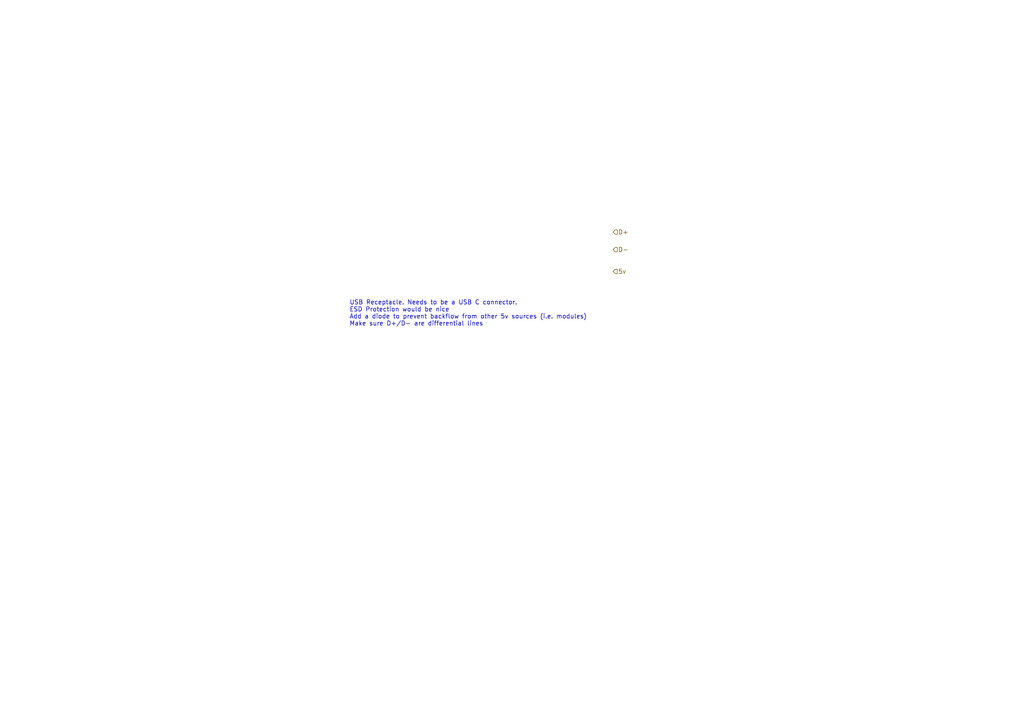
<source format=kicad_sch>
(kicad_sch
	(version 20250114)
	(generator "eeschema")
	(generator_version "9.0")
	(uuid "3cb9f3e3-5e6a-4c23-8d8d-52b5ae63fbaf")
	(paper "A4")
	(lib_symbols)
	(text "USB Receptacle. Needs to be a USB C connector.\nESD Protection would be nice\nAdd a diode to prevent backflow from other 5v sources (i.e. modules)\nMake sure D+/D- are differential lines"
		(exclude_from_sim no)
		(at 101.346 90.932 0)
		(effects
			(font
				(size 1.27 1.27)
			)
			(justify left)
		)
		(uuid "b8671ba6-87fa-4960-bcc3-fbddf17f4d76")
	)
	(hierarchical_label "D-"
		(shape input)
		(at 177.8 72.39 0)
		(effects
			(font
				(size 1.27 1.27)
			)
			(justify left)
		)
		(uuid "5cbd4a5a-ac39-4a2d-a0ad-0c3ce3f9d635")
	)
	(hierarchical_label "D+"
		(shape input)
		(at 177.8 67.31 0)
		(effects
			(font
				(size 1.27 1.27)
			)
			(justify left)
		)
		(uuid "80d42395-23c2-4264-878d-42f2e81a4374")
	)
	(hierarchical_label "5v"
		(shape input)
		(at 177.8 78.74 0)
		(effects
			(font
				(size 1.27 1.27)
			)
			(justify left)
		)
		(uuid "b70746ac-3765-45c4-a69a-b93b10cc6628")
	)
)

</source>
